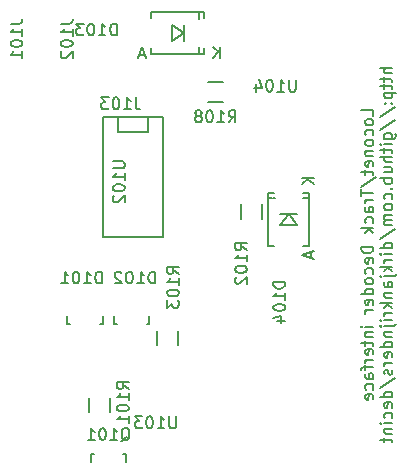
<source format=gbo>
G04 #@! TF.FileFunction,Legend,Bot*
%FSLAX46Y46*%
G04 Gerber Fmt 4.6, Leading zero omitted, Abs format (unit mm)*
G04 Created by KiCad (PCBNEW (2015-08-02 BZR 6038)-product) date 2015 November 19, Thursday 21:17:08*
%MOMM*%
G01*
G04 APERTURE LIST*
%ADD10C,0.100000*%
%ADD11C,0.200000*%
%ADD12C,0.150000*%
G04 APERTURE END LIST*
D10*
D11*
X210152381Y-89988093D02*
X210152381Y-89511902D01*
X209152381Y-89511902D01*
X210152381Y-90464283D02*
X210104762Y-90369045D01*
X210057143Y-90321426D01*
X209961905Y-90273807D01*
X209676190Y-90273807D01*
X209580952Y-90321426D01*
X209533333Y-90369045D01*
X209485714Y-90464283D01*
X209485714Y-90607141D01*
X209533333Y-90702379D01*
X209580952Y-90749998D01*
X209676190Y-90797617D01*
X209961905Y-90797617D01*
X210057143Y-90749998D01*
X210104762Y-90702379D01*
X210152381Y-90607141D01*
X210152381Y-90464283D01*
X210104762Y-91654760D02*
X210152381Y-91559522D01*
X210152381Y-91369045D01*
X210104762Y-91273807D01*
X210057143Y-91226188D01*
X209961905Y-91178569D01*
X209676190Y-91178569D01*
X209580952Y-91226188D01*
X209533333Y-91273807D01*
X209485714Y-91369045D01*
X209485714Y-91559522D01*
X209533333Y-91654760D01*
X210152381Y-92226188D02*
X210104762Y-92130950D01*
X210057143Y-92083331D01*
X209961905Y-92035712D01*
X209676190Y-92035712D01*
X209580952Y-92083331D01*
X209533333Y-92130950D01*
X209485714Y-92226188D01*
X209485714Y-92369046D01*
X209533333Y-92464284D01*
X209580952Y-92511903D01*
X209676190Y-92559522D01*
X209961905Y-92559522D01*
X210057143Y-92511903D01*
X210104762Y-92464284D01*
X210152381Y-92369046D01*
X210152381Y-92226188D01*
X209485714Y-92988093D02*
X210152381Y-92988093D01*
X209580952Y-92988093D02*
X209533333Y-93035712D01*
X209485714Y-93130950D01*
X209485714Y-93273808D01*
X209533333Y-93369046D01*
X209628571Y-93416665D01*
X210152381Y-93416665D01*
X210104762Y-94273808D02*
X210152381Y-94178570D01*
X210152381Y-93988093D01*
X210104762Y-93892855D01*
X210009524Y-93845236D01*
X209628571Y-93845236D01*
X209533333Y-93892855D01*
X209485714Y-93988093D01*
X209485714Y-94178570D01*
X209533333Y-94273808D01*
X209628571Y-94321427D01*
X209723810Y-94321427D01*
X209819048Y-93845236D01*
X209485714Y-94607141D02*
X209485714Y-94988093D01*
X209152381Y-94749998D02*
X210009524Y-94749998D01*
X210104762Y-94797617D01*
X210152381Y-94892855D01*
X210152381Y-94988093D01*
X209104762Y-96035713D02*
X210390476Y-95178570D01*
X209152381Y-96226189D02*
X209152381Y-96797618D01*
X210152381Y-96511903D02*
X209152381Y-96511903D01*
X210152381Y-97130951D02*
X209485714Y-97130951D01*
X209676190Y-97130951D02*
X209580952Y-97178570D01*
X209533333Y-97226189D01*
X209485714Y-97321427D01*
X209485714Y-97416666D01*
X210152381Y-98178571D02*
X209628571Y-98178571D01*
X209533333Y-98130952D01*
X209485714Y-98035714D01*
X209485714Y-97845237D01*
X209533333Y-97749999D01*
X210104762Y-98178571D02*
X210152381Y-98083333D01*
X210152381Y-97845237D01*
X210104762Y-97749999D01*
X210009524Y-97702380D01*
X209914286Y-97702380D01*
X209819048Y-97749999D01*
X209771429Y-97845237D01*
X209771429Y-98083333D01*
X209723810Y-98178571D01*
X210104762Y-99083333D02*
X210152381Y-98988095D01*
X210152381Y-98797618D01*
X210104762Y-98702380D01*
X210057143Y-98654761D01*
X209961905Y-98607142D01*
X209676190Y-98607142D01*
X209580952Y-98654761D01*
X209533333Y-98702380D01*
X209485714Y-98797618D01*
X209485714Y-98988095D01*
X209533333Y-99083333D01*
X210152381Y-99511904D02*
X209152381Y-99511904D01*
X209771429Y-99607142D02*
X210152381Y-99892857D01*
X209485714Y-99892857D02*
X209866667Y-99511904D01*
X210152381Y-101083333D02*
X209152381Y-101083333D01*
X209152381Y-101321428D01*
X209200000Y-101464286D01*
X209295238Y-101559524D01*
X209390476Y-101607143D01*
X209580952Y-101654762D01*
X209723810Y-101654762D01*
X209914286Y-101607143D01*
X210009524Y-101559524D01*
X210104762Y-101464286D01*
X210152381Y-101321428D01*
X210152381Y-101083333D01*
X210104762Y-102464286D02*
X210152381Y-102369048D01*
X210152381Y-102178571D01*
X210104762Y-102083333D01*
X210009524Y-102035714D01*
X209628571Y-102035714D01*
X209533333Y-102083333D01*
X209485714Y-102178571D01*
X209485714Y-102369048D01*
X209533333Y-102464286D01*
X209628571Y-102511905D01*
X209723810Y-102511905D01*
X209819048Y-102035714D01*
X210104762Y-103369048D02*
X210152381Y-103273810D01*
X210152381Y-103083333D01*
X210104762Y-102988095D01*
X210057143Y-102940476D01*
X209961905Y-102892857D01*
X209676190Y-102892857D01*
X209580952Y-102940476D01*
X209533333Y-102988095D01*
X209485714Y-103083333D01*
X209485714Y-103273810D01*
X209533333Y-103369048D01*
X210152381Y-103940476D02*
X210104762Y-103845238D01*
X210057143Y-103797619D01*
X209961905Y-103750000D01*
X209676190Y-103750000D01*
X209580952Y-103797619D01*
X209533333Y-103845238D01*
X209485714Y-103940476D01*
X209485714Y-104083334D01*
X209533333Y-104178572D01*
X209580952Y-104226191D01*
X209676190Y-104273810D01*
X209961905Y-104273810D01*
X210057143Y-104226191D01*
X210104762Y-104178572D01*
X210152381Y-104083334D01*
X210152381Y-103940476D01*
X210152381Y-105130953D02*
X209152381Y-105130953D01*
X210104762Y-105130953D02*
X210152381Y-105035715D01*
X210152381Y-104845238D01*
X210104762Y-104750000D01*
X210057143Y-104702381D01*
X209961905Y-104654762D01*
X209676190Y-104654762D01*
X209580952Y-104702381D01*
X209533333Y-104750000D01*
X209485714Y-104845238D01*
X209485714Y-105035715D01*
X209533333Y-105130953D01*
X210104762Y-105988096D02*
X210152381Y-105892858D01*
X210152381Y-105702381D01*
X210104762Y-105607143D01*
X210009524Y-105559524D01*
X209628571Y-105559524D01*
X209533333Y-105607143D01*
X209485714Y-105702381D01*
X209485714Y-105892858D01*
X209533333Y-105988096D01*
X209628571Y-106035715D01*
X209723810Y-106035715D01*
X209819048Y-105559524D01*
X210152381Y-106464286D02*
X209485714Y-106464286D01*
X209676190Y-106464286D02*
X209580952Y-106511905D01*
X209533333Y-106559524D01*
X209485714Y-106654762D01*
X209485714Y-106750001D01*
X210152381Y-107845239D02*
X209485714Y-107845239D01*
X209152381Y-107845239D02*
X209200000Y-107797620D01*
X209247619Y-107845239D01*
X209200000Y-107892858D01*
X209152381Y-107845239D01*
X209247619Y-107845239D01*
X209485714Y-108321429D02*
X210152381Y-108321429D01*
X209580952Y-108321429D02*
X209533333Y-108369048D01*
X209485714Y-108464286D01*
X209485714Y-108607144D01*
X209533333Y-108702382D01*
X209628571Y-108750001D01*
X210152381Y-108750001D01*
X209485714Y-109083334D02*
X209485714Y-109464286D01*
X209152381Y-109226191D02*
X210009524Y-109226191D01*
X210104762Y-109273810D01*
X210152381Y-109369048D01*
X210152381Y-109464286D01*
X210104762Y-110178573D02*
X210152381Y-110083335D01*
X210152381Y-109892858D01*
X210104762Y-109797620D01*
X210009524Y-109750001D01*
X209628571Y-109750001D01*
X209533333Y-109797620D01*
X209485714Y-109892858D01*
X209485714Y-110083335D01*
X209533333Y-110178573D01*
X209628571Y-110226192D01*
X209723810Y-110226192D01*
X209819048Y-109750001D01*
X210152381Y-110654763D02*
X209485714Y-110654763D01*
X209676190Y-110654763D02*
X209580952Y-110702382D01*
X209533333Y-110750001D01*
X209485714Y-110845239D01*
X209485714Y-110940478D01*
X209485714Y-111130954D02*
X209485714Y-111511906D01*
X210152381Y-111273811D02*
X209295238Y-111273811D01*
X209200000Y-111321430D01*
X209152381Y-111416668D01*
X209152381Y-111511906D01*
X210152381Y-112273812D02*
X209628571Y-112273812D01*
X209533333Y-112226193D01*
X209485714Y-112130955D01*
X209485714Y-111940478D01*
X209533333Y-111845240D01*
X210104762Y-112273812D02*
X210152381Y-112178574D01*
X210152381Y-111940478D01*
X210104762Y-111845240D01*
X210009524Y-111797621D01*
X209914286Y-111797621D01*
X209819048Y-111845240D01*
X209771429Y-111940478D01*
X209771429Y-112178574D01*
X209723810Y-112273812D01*
X210104762Y-113178574D02*
X210152381Y-113083336D01*
X210152381Y-112892859D01*
X210104762Y-112797621D01*
X210057143Y-112750002D01*
X209961905Y-112702383D01*
X209676190Y-112702383D01*
X209580952Y-112750002D01*
X209533333Y-112797621D01*
X209485714Y-112892859D01*
X209485714Y-113083336D01*
X209533333Y-113178574D01*
X210104762Y-113988098D02*
X210152381Y-113892860D01*
X210152381Y-113702383D01*
X210104762Y-113607145D01*
X210009524Y-113559526D01*
X209628571Y-113559526D01*
X209533333Y-113607145D01*
X209485714Y-113702383D01*
X209485714Y-113892860D01*
X209533333Y-113988098D01*
X209628571Y-114035717D01*
X209723810Y-114035717D01*
X209819048Y-113559526D01*
X211752381Y-85988095D02*
X210752381Y-85988095D01*
X211752381Y-86416667D02*
X211228571Y-86416667D01*
X211133333Y-86369048D01*
X211085714Y-86273810D01*
X211085714Y-86130952D01*
X211133333Y-86035714D01*
X211180952Y-85988095D01*
X211085714Y-86750000D02*
X211085714Y-87130952D01*
X210752381Y-86892857D02*
X211609524Y-86892857D01*
X211704762Y-86940476D01*
X211752381Y-87035714D01*
X211752381Y-87130952D01*
X211085714Y-87321429D02*
X211085714Y-87702381D01*
X210752381Y-87464286D02*
X211609524Y-87464286D01*
X211704762Y-87511905D01*
X211752381Y-87607143D01*
X211752381Y-87702381D01*
X211085714Y-88035715D02*
X212085714Y-88035715D01*
X211133333Y-88035715D02*
X211085714Y-88130953D01*
X211085714Y-88321430D01*
X211133333Y-88416668D01*
X211180952Y-88464287D01*
X211276190Y-88511906D01*
X211561905Y-88511906D01*
X211657143Y-88464287D01*
X211704762Y-88416668D01*
X211752381Y-88321430D01*
X211752381Y-88130953D01*
X211704762Y-88035715D01*
X211657143Y-88940477D02*
X211704762Y-88988096D01*
X211752381Y-88940477D01*
X211704762Y-88892858D01*
X211657143Y-88940477D01*
X211752381Y-88940477D01*
X211133333Y-88940477D02*
X211180952Y-88988096D01*
X211228571Y-88940477D01*
X211180952Y-88892858D01*
X211133333Y-88940477D01*
X211228571Y-88940477D01*
X210704762Y-90130953D02*
X211990476Y-89273810D01*
X210704762Y-91178572D02*
X211990476Y-90321429D01*
X211085714Y-91940477D02*
X211895238Y-91940477D01*
X211990476Y-91892858D01*
X212038095Y-91845239D01*
X212085714Y-91750000D01*
X212085714Y-91607143D01*
X212038095Y-91511905D01*
X211704762Y-91940477D02*
X211752381Y-91845239D01*
X211752381Y-91654762D01*
X211704762Y-91559524D01*
X211657143Y-91511905D01*
X211561905Y-91464286D01*
X211276190Y-91464286D01*
X211180952Y-91511905D01*
X211133333Y-91559524D01*
X211085714Y-91654762D01*
X211085714Y-91845239D01*
X211133333Y-91940477D01*
X211752381Y-92416667D02*
X211085714Y-92416667D01*
X210752381Y-92416667D02*
X210800000Y-92369048D01*
X210847619Y-92416667D01*
X210800000Y-92464286D01*
X210752381Y-92416667D01*
X210847619Y-92416667D01*
X211085714Y-92750000D02*
X211085714Y-93130952D01*
X210752381Y-92892857D02*
X211609524Y-92892857D01*
X211704762Y-92940476D01*
X211752381Y-93035714D01*
X211752381Y-93130952D01*
X211752381Y-93464286D02*
X210752381Y-93464286D01*
X211752381Y-93892858D02*
X211228571Y-93892858D01*
X211133333Y-93845239D01*
X211085714Y-93750001D01*
X211085714Y-93607143D01*
X211133333Y-93511905D01*
X211180952Y-93464286D01*
X211085714Y-94797620D02*
X211752381Y-94797620D01*
X211085714Y-94369048D02*
X211609524Y-94369048D01*
X211704762Y-94416667D01*
X211752381Y-94511905D01*
X211752381Y-94654763D01*
X211704762Y-94750001D01*
X211657143Y-94797620D01*
X211752381Y-95273810D02*
X210752381Y-95273810D01*
X211133333Y-95273810D02*
X211085714Y-95369048D01*
X211085714Y-95559525D01*
X211133333Y-95654763D01*
X211180952Y-95702382D01*
X211276190Y-95750001D01*
X211561905Y-95750001D01*
X211657143Y-95702382D01*
X211704762Y-95654763D01*
X211752381Y-95559525D01*
X211752381Y-95369048D01*
X211704762Y-95273810D01*
X211657143Y-96178572D02*
X211704762Y-96226191D01*
X211752381Y-96178572D01*
X211704762Y-96130953D01*
X211657143Y-96178572D01*
X211752381Y-96178572D01*
X211704762Y-97083334D02*
X211752381Y-96988096D01*
X211752381Y-96797619D01*
X211704762Y-96702381D01*
X211657143Y-96654762D01*
X211561905Y-96607143D01*
X211276190Y-96607143D01*
X211180952Y-96654762D01*
X211133333Y-96702381D01*
X211085714Y-96797619D01*
X211085714Y-96988096D01*
X211133333Y-97083334D01*
X211752381Y-97654762D02*
X211704762Y-97559524D01*
X211657143Y-97511905D01*
X211561905Y-97464286D01*
X211276190Y-97464286D01*
X211180952Y-97511905D01*
X211133333Y-97559524D01*
X211085714Y-97654762D01*
X211085714Y-97797620D01*
X211133333Y-97892858D01*
X211180952Y-97940477D01*
X211276190Y-97988096D01*
X211561905Y-97988096D01*
X211657143Y-97940477D01*
X211704762Y-97892858D01*
X211752381Y-97797620D01*
X211752381Y-97654762D01*
X211752381Y-98416667D02*
X211085714Y-98416667D01*
X211180952Y-98416667D02*
X211133333Y-98464286D01*
X211085714Y-98559524D01*
X211085714Y-98702382D01*
X211133333Y-98797620D01*
X211228571Y-98845239D01*
X211752381Y-98845239D01*
X211228571Y-98845239D02*
X211133333Y-98892858D01*
X211085714Y-98988096D01*
X211085714Y-99130953D01*
X211133333Y-99226191D01*
X211228571Y-99273810D01*
X211752381Y-99273810D01*
X210704762Y-100464286D02*
X211990476Y-99607143D01*
X211752381Y-101226191D02*
X210752381Y-101226191D01*
X211704762Y-101226191D02*
X211752381Y-101130953D01*
X211752381Y-100940476D01*
X211704762Y-100845238D01*
X211657143Y-100797619D01*
X211561905Y-100750000D01*
X211276190Y-100750000D01*
X211180952Y-100797619D01*
X211133333Y-100845238D01*
X211085714Y-100940476D01*
X211085714Y-101130953D01*
X211133333Y-101226191D01*
X211752381Y-101702381D02*
X211085714Y-101702381D01*
X210752381Y-101702381D02*
X210800000Y-101654762D01*
X210847619Y-101702381D01*
X210800000Y-101750000D01*
X210752381Y-101702381D01*
X210847619Y-101702381D01*
X211752381Y-102178571D02*
X211085714Y-102178571D01*
X211276190Y-102178571D02*
X211180952Y-102226190D01*
X211133333Y-102273809D01*
X211085714Y-102369047D01*
X211085714Y-102464286D01*
X211752381Y-102797619D02*
X210752381Y-102797619D01*
X211371429Y-102892857D02*
X211752381Y-103178572D01*
X211085714Y-103178572D02*
X211466667Y-102797619D01*
X211085714Y-103607143D02*
X211942857Y-103607143D01*
X212038095Y-103559524D01*
X212085714Y-103464286D01*
X212085714Y-103416667D01*
X210752381Y-103607143D02*
X210800000Y-103559524D01*
X210847619Y-103607143D01*
X210800000Y-103654762D01*
X210752381Y-103607143D01*
X210847619Y-103607143D01*
X211752381Y-104511905D02*
X211228571Y-104511905D01*
X211133333Y-104464286D01*
X211085714Y-104369048D01*
X211085714Y-104178571D01*
X211133333Y-104083333D01*
X211704762Y-104511905D02*
X211752381Y-104416667D01*
X211752381Y-104178571D01*
X211704762Y-104083333D01*
X211609524Y-104035714D01*
X211514286Y-104035714D01*
X211419048Y-104083333D01*
X211371429Y-104178571D01*
X211371429Y-104416667D01*
X211323810Y-104511905D01*
X211085714Y-104988095D02*
X211752381Y-104988095D01*
X211180952Y-104988095D02*
X211133333Y-105035714D01*
X211085714Y-105130952D01*
X211085714Y-105273810D01*
X211133333Y-105369048D01*
X211228571Y-105416667D01*
X211752381Y-105416667D01*
X211752381Y-105892857D02*
X210752381Y-105892857D01*
X211371429Y-105988095D02*
X211752381Y-106273810D01*
X211085714Y-106273810D02*
X211466667Y-105892857D01*
X211752381Y-106702381D02*
X211085714Y-106702381D01*
X211276190Y-106702381D02*
X211180952Y-106750000D01*
X211133333Y-106797619D01*
X211085714Y-106892857D01*
X211085714Y-106988096D01*
X211752381Y-107321429D02*
X211085714Y-107321429D01*
X210752381Y-107321429D02*
X210800000Y-107273810D01*
X210847619Y-107321429D01*
X210800000Y-107369048D01*
X210752381Y-107321429D01*
X210847619Y-107321429D01*
X211085714Y-107797619D02*
X211942857Y-107797619D01*
X212038095Y-107750000D01*
X212085714Y-107654762D01*
X212085714Y-107607143D01*
X210752381Y-107797619D02*
X210800000Y-107750000D01*
X210847619Y-107797619D01*
X210800000Y-107845238D01*
X210752381Y-107797619D01*
X210847619Y-107797619D01*
X211085714Y-108273809D02*
X211752381Y-108273809D01*
X211180952Y-108273809D02*
X211133333Y-108321428D01*
X211085714Y-108416666D01*
X211085714Y-108559524D01*
X211133333Y-108654762D01*
X211228571Y-108702381D01*
X211752381Y-108702381D01*
X211752381Y-109607143D02*
X210752381Y-109607143D01*
X211704762Y-109607143D02*
X211752381Y-109511905D01*
X211752381Y-109321428D01*
X211704762Y-109226190D01*
X211657143Y-109178571D01*
X211561905Y-109130952D01*
X211276190Y-109130952D01*
X211180952Y-109178571D01*
X211133333Y-109226190D01*
X211085714Y-109321428D01*
X211085714Y-109511905D01*
X211133333Y-109607143D01*
X211704762Y-110464286D02*
X211752381Y-110369048D01*
X211752381Y-110178571D01*
X211704762Y-110083333D01*
X211609524Y-110035714D01*
X211228571Y-110035714D01*
X211133333Y-110083333D01*
X211085714Y-110178571D01*
X211085714Y-110369048D01*
X211133333Y-110464286D01*
X211228571Y-110511905D01*
X211323810Y-110511905D01*
X211419048Y-110035714D01*
X211752381Y-110940476D02*
X211085714Y-110940476D01*
X211276190Y-110940476D02*
X211180952Y-110988095D01*
X211133333Y-111035714D01*
X211085714Y-111130952D01*
X211085714Y-111226191D01*
X211704762Y-111511905D02*
X211752381Y-111607143D01*
X211752381Y-111797619D01*
X211704762Y-111892858D01*
X211609524Y-111940477D01*
X211561905Y-111940477D01*
X211466667Y-111892858D01*
X211419048Y-111797619D01*
X211419048Y-111654762D01*
X211371429Y-111559524D01*
X211276190Y-111511905D01*
X211228571Y-111511905D01*
X211133333Y-111559524D01*
X211085714Y-111654762D01*
X211085714Y-111797619D01*
X211133333Y-111892858D01*
X210704762Y-113083334D02*
X211990476Y-112226191D01*
X211752381Y-113845239D02*
X210752381Y-113845239D01*
X211704762Y-113845239D02*
X211752381Y-113750001D01*
X211752381Y-113559524D01*
X211704762Y-113464286D01*
X211657143Y-113416667D01*
X211561905Y-113369048D01*
X211276190Y-113369048D01*
X211180952Y-113416667D01*
X211133333Y-113464286D01*
X211085714Y-113559524D01*
X211085714Y-113750001D01*
X211133333Y-113845239D01*
X211704762Y-114702382D02*
X211752381Y-114607144D01*
X211752381Y-114416667D01*
X211704762Y-114321429D01*
X211609524Y-114273810D01*
X211228571Y-114273810D01*
X211133333Y-114321429D01*
X211085714Y-114416667D01*
X211085714Y-114607144D01*
X211133333Y-114702382D01*
X211228571Y-114750001D01*
X211323810Y-114750001D01*
X211419048Y-114273810D01*
X211704762Y-115607144D02*
X211752381Y-115511906D01*
X211752381Y-115321429D01*
X211704762Y-115226191D01*
X211657143Y-115178572D01*
X211561905Y-115130953D01*
X211276190Y-115130953D01*
X211180952Y-115178572D01*
X211133333Y-115226191D01*
X211085714Y-115321429D01*
X211085714Y-115511906D01*
X211133333Y-115607144D01*
X211752381Y-116035715D02*
X211085714Y-116035715D01*
X210752381Y-116035715D02*
X210800000Y-115988096D01*
X210847619Y-116035715D01*
X210800000Y-116083334D01*
X210752381Y-116035715D01*
X210847619Y-116035715D01*
X211085714Y-116511905D02*
X211752381Y-116511905D01*
X211180952Y-116511905D02*
X211133333Y-116559524D01*
X211085714Y-116654762D01*
X211085714Y-116797620D01*
X211133333Y-116892858D01*
X211228571Y-116940477D01*
X211752381Y-116940477D01*
X211085714Y-117273810D02*
X211085714Y-117654762D01*
X210752381Y-117416667D02*
X211609524Y-117416667D01*
X211704762Y-117464286D01*
X211752381Y-117559524D01*
X211752381Y-117654762D01*
D12*
X186450840Y-118599760D02*
X186499100Y-118599760D01*
X189249820Y-119300800D02*
X189249820Y-118599760D01*
X189249820Y-118599760D02*
X189000900Y-118599760D01*
X186450840Y-118599760D02*
X186250180Y-118599760D01*
X186250180Y-118599760D02*
X186250180Y-119300800D01*
X186125000Y-113900000D02*
X186125000Y-115100000D01*
X187875000Y-115100000D02*
X187875000Y-113900000D01*
X200725000Y-98700000D02*
X200725000Y-97500000D01*
X198975000Y-97500000D02*
X198975000Y-98700000D01*
X193625000Y-109450000D02*
X193625000Y-108250000D01*
X191875000Y-108250000D02*
X191875000Y-109450000D01*
X197400000Y-87125000D02*
X196200000Y-87125000D01*
X196200000Y-88875000D02*
X197400000Y-88875000D01*
X187260000Y-90120000D02*
X192340000Y-90120000D01*
X192340000Y-90120000D02*
X192340000Y-100280000D01*
X192340000Y-100280000D02*
X187260000Y-100280000D01*
X187260000Y-100280000D02*
X187260000Y-90120000D01*
X188530000Y-90120000D02*
X188530000Y-91390000D01*
X188530000Y-91390000D02*
X191070000Y-91390000D01*
X191070000Y-91390000D02*
X191070000Y-90120000D01*
X184250180Y-106949200D02*
X184250180Y-107650240D01*
X184250180Y-107650240D02*
X184499100Y-107650240D01*
X187049160Y-107650240D02*
X187249820Y-107650240D01*
X187249820Y-107650240D02*
X187249820Y-106949200D01*
X188200180Y-106950340D02*
X188200180Y-107651380D01*
X188200180Y-107651380D02*
X188449100Y-107651380D01*
X190999160Y-107651380D02*
X191199820Y-107651380D01*
X191199820Y-107651380D02*
X191199820Y-106950340D01*
X194099580Y-83000000D02*
X193149620Y-82298960D01*
X193149620Y-82298960D02*
X193149620Y-83701040D01*
X193149620Y-83701040D02*
X194099580Y-83000000D01*
X194099580Y-82298960D02*
X194099580Y-83701040D01*
X195850440Y-84399540D02*
X195850440Y-84249680D01*
X195850440Y-81600460D02*
X195850440Y-81750320D01*
X195399140Y-84399540D02*
X195399140Y-84198880D01*
X191349560Y-84348740D02*
X191349560Y-84249680D01*
X195399140Y-81651260D02*
X195399140Y-81801120D01*
X191349560Y-81600460D02*
X191349560Y-81750320D01*
X195399140Y-84750060D02*
X195399140Y-84399540D01*
X195399140Y-81249940D02*
X195399140Y-81600460D01*
X191349560Y-84750060D02*
X191349560Y-84399540D01*
X195850440Y-84750060D02*
X195850440Y-84399540D01*
X195850440Y-81249940D02*
X195850440Y-81600460D01*
X191349560Y-81249940D02*
X191349560Y-81600460D01*
X195850440Y-84750060D02*
X191349560Y-84750060D01*
X195850440Y-81249940D02*
X191349560Y-81249940D01*
X203000000Y-98300420D02*
X202298960Y-99250380D01*
X202298960Y-99250380D02*
X203701040Y-99250380D01*
X203701040Y-99250380D02*
X203000000Y-98300420D01*
X202298960Y-98300420D02*
X203701040Y-98300420D01*
X204399540Y-96549560D02*
X204249680Y-96549560D01*
X201600460Y-96549560D02*
X201750320Y-96549560D01*
X204399540Y-97000860D02*
X204198880Y-97000860D01*
X204348740Y-101050440D02*
X204249680Y-101050440D01*
X201651260Y-97000860D02*
X201801120Y-97000860D01*
X201600460Y-101050440D02*
X201750320Y-101050440D01*
X204750060Y-97000860D02*
X204399540Y-97000860D01*
X201249940Y-97000860D02*
X201600460Y-97000860D01*
X204750060Y-101050440D02*
X204399540Y-101050440D01*
X204750060Y-96549560D02*
X204399540Y-96549560D01*
X201249940Y-96549560D02*
X201600460Y-96549560D01*
X201249940Y-101050440D02*
X201600460Y-101050440D01*
X204750060Y-96549560D02*
X204750060Y-101050440D01*
X201249940Y-96549560D02*
X201249940Y-101050440D01*
X188797619Y-117547619D02*
X188892857Y-117500000D01*
X188988095Y-117404762D01*
X189130952Y-117261905D01*
X189226191Y-117214286D01*
X189321429Y-117214286D01*
X189273810Y-117452381D02*
X189369048Y-117404762D01*
X189464286Y-117309524D01*
X189511905Y-117119048D01*
X189511905Y-116785714D01*
X189464286Y-116595238D01*
X189369048Y-116500000D01*
X189273810Y-116452381D01*
X189083333Y-116452381D01*
X188988095Y-116500000D01*
X188892857Y-116595238D01*
X188845238Y-116785714D01*
X188845238Y-117119048D01*
X188892857Y-117309524D01*
X188988095Y-117404762D01*
X189083333Y-117452381D01*
X189273810Y-117452381D01*
X187892857Y-117452381D02*
X188464286Y-117452381D01*
X188178572Y-117452381D02*
X188178572Y-116452381D01*
X188273810Y-116595238D01*
X188369048Y-116690476D01*
X188464286Y-116738095D01*
X187273810Y-116452381D02*
X187178571Y-116452381D01*
X187083333Y-116500000D01*
X187035714Y-116547619D01*
X186988095Y-116642857D01*
X186940476Y-116833333D01*
X186940476Y-117071429D01*
X186988095Y-117261905D01*
X187035714Y-117357143D01*
X187083333Y-117404762D01*
X187178571Y-117452381D01*
X187273810Y-117452381D01*
X187369048Y-117404762D01*
X187416667Y-117357143D01*
X187464286Y-117261905D01*
X187511905Y-117071429D01*
X187511905Y-116833333D01*
X187464286Y-116642857D01*
X187416667Y-116547619D01*
X187369048Y-116500000D01*
X187273810Y-116452381D01*
X185988095Y-117452381D02*
X186559524Y-117452381D01*
X186273810Y-117452381D02*
X186273810Y-116452381D01*
X186369048Y-116595238D01*
X186464286Y-116690476D01*
X186559524Y-116738095D01*
X189452381Y-113130953D02*
X188976190Y-112797619D01*
X189452381Y-112559524D02*
X188452381Y-112559524D01*
X188452381Y-112940477D01*
X188500000Y-113035715D01*
X188547619Y-113083334D01*
X188642857Y-113130953D01*
X188785714Y-113130953D01*
X188880952Y-113083334D01*
X188928571Y-113035715D01*
X188976190Y-112940477D01*
X188976190Y-112559524D01*
X189452381Y-114083334D02*
X189452381Y-113511905D01*
X189452381Y-113797619D02*
X188452381Y-113797619D01*
X188595238Y-113702381D01*
X188690476Y-113607143D01*
X188738095Y-113511905D01*
X188452381Y-114702381D02*
X188452381Y-114797620D01*
X188500000Y-114892858D01*
X188547619Y-114940477D01*
X188642857Y-114988096D01*
X188833333Y-115035715D01*
X189071429Y-115035715D01*
X189261905Y-114988096D01*
X189357143Y-114940477D01*
X189404762Y-114892858D01*
X189452381Y-114797620D01*
X189452381Y-114702381D01*
X189404762Y-114607143D01*
X189357143Y-114559524D01*
X189261905Y-114511905D01*
X189071429Y-114464286D01*
X188833333Y-114464286D01*
X188642857Y-114511905D01*
X188547619Y-114559524D01*
X188500000Y-114607143D01*
X188452381Y-114702381D01*
X189452381Y-115988096D02*
X189452381Y-115416667D01*
X189452381Y-115702381D02*
X188452381Y-115702381D01*
X188595238Y-115607143D01*
X188690476Y-115511905D01*
X188738095Y-115416667D01*
X199452381Y-101380953D02*
X198976190Y-101047619D01*
X199452381Y-100809524D02*
X198452381Y-100809524D01*
X198452381Y-101190477D01*
X198500000Y-101285715D01*
X198547619Y-101333334D01*
X198642857Y-101380953D01*
X198785714Y-101380953D01*
X198880952Y-101333334D01*
X198928571Y-101285715D01*
X198976190Y-101190477D01*
X198976190Y-100809524D01*
X199452381Y-102333334D02*
X199452381Y-101761905D01*
X199452381Y-102047619D02*
X198452381Y-102047619D01*
X198595238Y-101952381D01*
X198690476Y-101857143D01*
X198738095Y-101761905D01*
X198452381Y-102952381D02*
X198452381Y-103047620D01*
X198500000Y-103142858D01*
X198547619Y-103190477D01*
X198642857Y-103238096D01*
X198833333Y-103285715D01*
X199071429Y-103285715D01*
X199261905Y-103238096D01*
X199357143Y-103190477D01*
X199404762Y-103142858D01*
X199452381Y-103047620D01*
X199452381Y-102952381D01*
X199404762Y-102857143D01*
X199357143Y-102809524D01*
X199261905Y-102761905D01*
X199071429Y-102714286D01*
X198833333Y-102714286D01*
X198642857Y-102761905D01*
X198547619Y-102809524D01*
X198500000Y-102857143D01*
X198452381Y-102952381D01*
X198547619Y-103666667D02*
X198500000Y-103714286D01*
X198452381Y-103809524D01*
X198452381Y-104047620D01*
X198500000Y-104142858D01*
X198547619Y-104190477D01*
X198642857Y-104238096D01*
X198738095Y-104238096D01*
X198880952Y-104190477D01*
X199452381Y-103619048D01*
X199452381Y-104238096D01*
X193702381Y-103380953D02*
X193226190Y-103047619D01*
X193702381Y-102809524D02*
X192702381Y-102809524D01*
X192702381Y-103190477D01*
X192750000Y-103285715D01*
X192797619Y-103333334D01*
X192892857Y-103380953D01*
X193035714Y-103380953D01*
X193130952Y-103333334D01*
X193178571Y-103285715D01*
X193226190Y-103190477D01*
X193226190Y-102809524D01*
X193702381Y-104333334D02*
X193702381Y-103761905D01*
X193702381Y-104047619D02*
X192702381Y-104047619D01*
X192845238Y-103952381D01*
X192940476Y-103857143D01*
X192988095Y-103761905D01*
X192702381Y-104952381D02*
X192702381Y-105047620D01*
X192750000Y-105142858D01*
X192797619Y-105190477D01*
X192892857Y-105238096D01*
X193083333Y-105285715D01*
X193321429Y-105285715D01*
X193511905Y-105238096D01*
X193607143Y-105190477D01*
X193654762Y-105142858D01*
X193702381Y-105047620D01*
X193702381Y-104952381D01*
X193654762Y-104857143D01*
X193607143Y-104809524D01*
X193511905Y-104761905D01*
X193321429Y-104714286D01*
X193083333Y-104714286D01*
X192892857Y-104761905D01*
X192797619Y-104809524D01*
X192750000Y-104857143D01*
X192702381Y-104952381D01*
X192702381Y-105619048D02*
X192702381Y-106238096D01*
X193083333Y-105904762D01*
X193083333Y-106047620D01*
X193130952Y-106142858D01*
X193178571Y-106190477D01*
X193273810Y-106238096D01*
X193511905Y-106238096D01*
X193607143Y-106190477D01*
X193654762Y-106142858D01*
X193702381Y-106047620D01*
X193702381Y-105761905D01*
X193654762Y-105666667D01*
X193607143Y-105619048D01*
X197919047Y-90552381D02*
X198252381Y-90076190D01*
X198490476Y-90552381D02*
X198490476Y-89552381D01*
X198109523Y-89552381D01*
X198014285Y-89600000D01*
X197966666Y-89647619D01*
X197919047Y-89742857D01*
X197919047Y-89885714D01*
X197966666Y-89980952D01*
X198014285Y-90028571D01*
X198109523Y-90076190D01*
X198490476Y-90076190D01*
X196966666Y-90552381D02*
X197538095Y-90552381D01*
X197252381Y-90552381D02*
X197252381Y-89552381D01*
X197347619Y-89695238D01*
X197442857Y-89790476D01*
X197538095Y-89838095D01*
X196347619Y-89552381D02*
X196252380Y-89552381D01*
X196157142Y-89600000D01*
X196109523Y-89647619D01*
X196061904Y-89742857D01*
X196014285Y-89933333D01*
X196014285Y-90171429D01*
X196061904Y-90361905D01*
X196109523Y-90457143D01*
X196157142Y-90504762D01*
X196252380Y-90552381D01*
X196347619Y-90552381D01*
X196442857Y-90504762D01*
X196490476Y-90457143D01*
X196538095Y-90361905D01*
X196585714Y-90171429D01*
X196585714Y-89933333D01*
X196538095Y-89742857D01*
X196490476Y-89647619D01*
X196442857Y-89600000D01*
X196347619Y-89552381D01*
X195442857Y-89980952D02*
X195538095Y-89933333D01*
X195585714Y-89885714D01*
X195633333Y-89790476D01*
X195633333Y-89742857D01*
X195585714Y-89647619D01*
X195538095Y-89600000D01*
X195442857Y-89552381D01*
X195252380Y-89552381D01*
X195157142Y-89600000D01*
X195109523Y-89647619D01*
X195061904Y-89742857D01*
X195061904Y-89790476D01*
X195109523Y-89885714D01*
X195157142Y-89933333D01*
X195252380Y-89980952D01*
X195442857Y-89980952D01*
X195538095Y-90028571D01*
X195585714Y-90076190D01*
X195633333Y-90171429D01*
X195633333Y-90361905D01*
X195585714Y-90457143D01*
X195538095Y-90504762D01*
X195442857Y-90552381D01*
X195252380Y-90552381D01*
X195157142Y-90504762D01*
X195109523Y-90457143D01*
X195061904Y-90361905D01*
X195061904Y-90171429D01*
X195109523Y-90076190D01*
X195157142Y-90028571D01*
X195252380Y-89980952D01*
X188109381Y-93866714D02*
X188918905Y-93866714D01*
X189014143Y-93914333D01*
X189061762Y-93961952D01*
X189109381Y-94057190D01*
X189109381Y-94247667D01*
X189061762Y-94342905D01*
X189014143Y-94390524D01*
X188918905Y-94438143D01*
X188109381Y-94438143D01*
X189109381Y-95438143D02*
X189109381Y-94866714D01*
X189109381Y-95152428D02*
X188109381Y-95152428D01*
X188252238Y-95057190D01*
X188347476Y-94961952D01*
X188395095Y-94866714D01*
X188109381Y-96057190D02*
X188109381Y-96152429D01*
X188157000Y-96247667D01*
X188204619Y-96295286D01*
X188299857Y-96342905D01*
X188490333Y-96390524D01*
X188728429Y-96390524D01*
X188918905Y-96342905D01*
X189014143Y-96295286D01*
X189061762Y-96247667D01*
X189109381Y-96152429D01*
X189109381Y-96057190D01*
X189061762Y-95961952D01*
X189014143Y-95914333D01*
X188918905Y-95866714D01*
X188728429Y-95819095D01*
X188490333Y-95819095D01*
X188299857Y-95866714D01*
X188204619Y-95914333D01*
X188157000Y-95961952D01*
X188109381Y-96057190D01*
X188204619Y-96771476D02*
X188157000Y-96819095D01*
X188109381Y-96914333D01*
X188109381Y-97152429D01*
X188157000Y-97247667D01*
X188204619Y-97295286D01*
X188299857Y-97342905D01*
X188395095Y-97342905D01*
X188537952Y-97295286D01*
X189109381Y-96723857D01*
X189109381Y-97342905D01*
X187190476Y-104202381D02*
X187190476Y-103202381D01*
X186952381Y-103202381D01*
X186809523Y-103250000D01*
X186714285Y-103345238D01*
X186666666Y-103440476D01*
X186619047Y-103630952D01*
X186619047Y-103773810D01*
X186666666Y-103964286D01*
X186714285Y-104059524D01*
X186809523Y-104154762D01*
X186952381Y-104202381D01*
X187190476Y-104202381D01*
X185666666Y-104202381D02*
X186238095Y-104202381D01*
X185952381Y-104202381D02*
X185952381Y-103202381D01*
X186047619Y-103345238D01*
X186142857Y-103440476D01*
X186238095Y-103488095D01*
X185047619Y-103202381D02*
X184952380Y-103202381D01*
X184857142Y-103250000D01*
X184809523Y-103297619D01*
X184761904Y-103392857D01*
X184714285Y-103583333D01*
X184714285Y-103821429D01*
X184761904Y-104011905D01*
X184809523Y-104107143D01*
X184857142Y-104154762D01*
X184952380Y-104202381D01*
X185047619Y-104202381D01*
X185142857Y-104154762D01*
X185190476Y-104107143D01*
X185238095Y-104011905D01*
X185285714Y-103821429D01*
X185285714Y-103583333D01*
X185238095Y-103392857D01*
X185190476Y-103297619D01*
X185142857Y-103250000D01*
X185047619Y-103202381D01*
X183761904Y-104202381D02*
X184333333Y-104202381D01*
X184047619Y-104202381D02*
X184047619Y-103202381D01*
X184142857Y-103345238D01*
X184238095Y-103440476D01*
X184333333Y-103488095D01*
X191690476Y-104202381D02*
X191690476Y-103202381D01*
X191452381Y-103202381D01*
X191309523Y-103250000D01*
X191214285Y-103345238D01*
X191166666Y-103440476D01*
X191119047Y-103630952D01*
X191119047Y-103773810D01*
X191166666Y-103964286D01*
X191214285Y-104059524D01*
X191309523Y-104154762D01*
X191452381Y-104202381D01*
X191690476Y-104202381D01*
X190166666Y-104202381D02*
X190738095Y-104202381D01*
X190452381Y-104202381D02*
X190452381Y-103202381D01*
X190547619Y-103345238D01*
X190642857Y-103440476D01*
X190738095Y-103488095D01*
X189547619Y-103202381D02*
X189452380Y-103202381D01*
X189357142Y-103250000D01*
X189309523Y-103297619D01*
X189261904Y-103392857D01*
X189214285Y-103583333D01*
X189214285Y-103821429D01*
X189261904Y-104011905D01*
X189309523Y-104107143D01*
X189357142Y-104154762D01*
X189452380Y-104202381D01*
X189547619Y-104202381D01*
X189642857Y-104154762D01*
X189690476Y-104107143D01*
X189738095Y-104011905D01*
X189785714Y-103821429D01*
X189785714Y-103583333D01*
X189738095Y-103392857D01*
X189690476Y-103297619D01*
X189642857Y-103250000D01*
X189547619Y-103202381D01*
X188833333Y-103297619D02*
X188785714Y-103250000D01*
X188690476Y-103202381D01*
X188452380Y-103202381D01*
X188357142Y-103250000D01*
X188309523Y-103297619D01*
X188261904Y-103392857D01*
X188261904Y-103488095D01*
X188309523Y-103630952D01*
X188880952Y-104202381D01*
X188261904Y-104202381D01*
X188440476Y-83202381D02*
X188440476Y-82202381D01*
X188202381Y-82202381D01*
X188059523Y-82250000D01*
X187964285Y-82345238D01*
X187916666Y-82440476D01*
X187869047Y-82630952D01*
X187869047Y-82773810D01*
X187916666Y-82964286D01*
X187964285Y-83059524D01*
X188059523Y-83154762D01*
X188202381Y-83202381D01*
X188440476Y-83202381D01*
X186916666Y-83202381D02*
X187488095Y-83202381D01*
X187202381Y-83202381D02*
X187202381Y-82202381D01*
X187297619Y-82345238D01*
X187392857Y-82440476D01*
X187488095Y-82488095D01*
X186297619Y-82202381D02*
X186202380Y-82202381D01*
X186107142Y-82250000D01*
X186059523Y-82297619D01*
X186011904Y-82392857D01*
X185964285Y-82583333D01*
X185964285Y-82821429D01*
X186011904Y-83011905D01*
X186059523Y-83107143D01*
X186107142Y-83154762D01*
X186202380Y-83202381D01*
X186297619Y-83202381D01*
X186392857Y-83154762D01*
X186440476Y-83107143D01*
X186488095Y-83011905D01*
X186535714Y-82821429D01*
X186535714Y-82583333D01*
X186488095Y-82392857D01*
X186440476Y-82297619D01*
X186392857Y-82250000D01*
X186297619Y-82202381D01*
X185630952Y-82202381D02*
X185011904Y-82202381D01*
X185345238Y-82583333D01*
X185202380Y-82583333D01*
X185107142Y-82630952D01*
X185059523Y-82678571D01*
X185011904Y-82773810D01*
X185011904Y-83011905D01*
X185059523Y-83107143D01*
X185107142Y-83154762D01*
X185202380Y-83202381D01*
X185488095Y-83202381D01*
X185583333Y-83154762D01*
X185630952Y-83107143D01*
X197161905Y-85152381D02*
X197161905Y-84152381D01*
X196590476Y-85152381D02*
X197019048Y-84580952D01*
X196590476Y-84152381D02*
X197161905Y-84723810D01*
X190838355Y-84865927D02*
X190362164Y-84865927D01*
X190933593Y-85151641D02*
X190600260Y-84151641D01*
X190266926Y-85151641D01*
X202702381Y-104059524D02*
X201702381Y-104059524D01*
X201702381Y-104297619D01*
X201750000Y-104440477D01*
X201845238Y-104535715D01*
X201940476Y-104583334D01*
X202130952Y-104630953D01*
X202273810Y-104630953D01*
X202464286Y-104583334D01*
X202559524Y-104535715D01*
X202654762Y-104440477D01*
X202702381Y-104297619D01*
X202702381Y-104059524D01*
X202702381Y-105583334D02*
X202702381Y-105011905D01*
X202702381Y-105297619D02*
X201702381Y-105297619D01*
X201845238Y-105202381D01*
X201940476Y-105107143D01*
X201988095Y-105011905D01*
X201702381Y-106202381D02*
X201702381Y-106297620D01*
X201750000Y-106392858D01*
X201797619Y-106440477D01*
X201892857Y-106488096D01*
X202083333Y-106535715D01*
X202321429Y-106535715D01*
X202511905Y-106488096D01*
X202607143Y-106440477D01*
X202654762Y-106392858D01*
X202702381Y-106297620D01*
X202702381Y-106202381D01*
X202654762Y-106107143D01*
X202607143Y-106059524D01*
X202511905Y-106011905D01*
X202321429Y-105964286D01*
X202083333Y-105964286D01*
X201892857Y-106011905D01*
X201797619Y-106059524D01*
X201750000Y-106107143D01*
X201702381Y-106202381D01*
X202035714Y-107392858D02*
X202702381Y-107392858D01*
X201654762Y-107154762D02*
X202369048Y-106916667D01*
X202369048Y-107535715D01*
X205152381Y-95238095D02*
X204152381Y-95238095D01*
X205152381Y-95809524D02*
X204580952Y-95380952D01*
X204152381Y-95809524D02*
X204723810Y-95238095D01*
X204865927Y-101561645D02*
X204865927Y-102037836D01*
X205151641Y-101466407D02*
X204151641Y-101799740D01*
X205151641Y-102133074D01*
X179452381Y-82214286D02*
X180166667Y-82214286D01*
X180309524Y-82166666D01*
X180404762Y-82071428D01*
X180452381Y-81928571D01*
X180452381Y-81833333D01*
X180452381Y-83214286D02*
X180452381Y-82642857D01*
X180452381Y-82928571D02*
X179452381Y-82928571D01*
X179595238Y-82833333D01*
X179690476Y-82738095D01*
X179738095Y-82642857D01*
X179452381Y-83833333D02*
X179452381Y-83928572D01*
X179500000Y-84023810D01*
X179547619Y-84071429D01*
X179642857Y-84119048D01*
X179833333Y-84166667D01*
X180071429Y-84166667D01*
X180261905Y-84119048D01*
X180357143Y-84071429D01*
X180404762Y-84023810D01*
X180452381Y-83928572D01*
X180452381Y-83833333D01*
X180404762Y-83738095D01*
X180357143Y-83690476D01*
X180261905Y-83642857D01*
X180071429Y-83595238D01*
X179833333Y-83595238D01*
X179642857Y-83642857D01*
X179547619Y-83690476D01*
X179500000Y-83738095D01*
X179452381Y-83833333D01*
X180452381Y-85119048D02*
X180452381Y-84547619D01*
X180452381Y-84833333D02*
X179452381Y-84833333D01*
X179595238Y-84738095D01*
X179690476Y-84642857D01*
X179738095Y-84547619D01*
X183702381Y-82214286D02*
X184416667Y-82214286D01*
X184559524Y-82166666D01*
X184654762Y-82071428D01*
X184702381Y-81928571D01*
X184702381Y-81833333D01*
X184702381Y-83214286D02*
X184702381Y-82642857D01*
X184702381Y-82928571D02*
X183702381Y-82928571D01*
X183845238Y-82833333D01*
X183940476Y-82738095D01*
X183988095Y-82642857D01*
X183702381Y-83833333D02*
X183702381Y-83928572D01*
X183750000Y-84023810D01*
X183797619Y-84071429D01*
X183892857Y-84119048D01*
X184083333Y-84166667D01*
X184321429Y-84166667D01*
X184511905Y-84119048D01*
X184607143Y-84071429D01*
X184654762Y-84023810D01*
X184702381Y-83928572D01*
X184702381Y-83833333D01*
X184654762Y-83738095D01*
X184607143Y-83690476D01*
X184511905Y-83642857D01*
X184321429Y-83595238D01*
X184083333Y-83595238D01*
X183892857Y-83642857D01*
X183797619Y-83690476D01*
X183750000Y-83738095D01*
X183702381Y-83833333D01*
X183797619Y-84547619D02*
X183750000Y-84595238D01*
X183702381Y-84690476D01*
X183702381Y-84928572D01*
X183750000Y-85023810D01*
X183797619Y-85071429D01*
X183892857Y-85119048D01*
X183988095Y-85119048D01*
X184130952Y-85071429D01*
X184702381Y-84500000D01*
X184702381Y-85119048D01*
X190035714Y-88452381D02*
X190035714Y-89166667D01*
X190083334Y-89309524D01*
X190178572Y-89404762D01*
X190321429Y-89452381D01*
X190416667Y-89452381D01*
X189035714Y-89452381D02*
X189607143Y-89452381D01*
X189321429Y-89452381D02*
X189321429Y-88452381D01*
X189416667Y-88595238D01*
X189511905Y-88690476D01*
X189607143Y-88738095D01*
X188416667Y-88452381D02*
X188321428Y-88452381D01*
X188226190Y-88500000D01*
X188178571Y-88547619D01*
X188130952Y-88642857D01*
X188083333Y-88833333D01*
X188083333Y-89071429D01*
X188130952Y-89261905D01*
X188178571Y-89357143D01*
X188226190Y-89404762D01*
X188321428Y-89452381D01*
X188416667Y-89452381D01*
X188511905Y-89404762D01*
X188559524Y-89357143D01*
X188607143Y-89261905D01*
X188654762Y-89071429D01*
X188654762Y-88833333D01*
X188607143Y-88642857D01*
X188559524Y-88547619D01*
X188511905Y-88500000D01*
X188416667Y-88452381D01*
X187750000Y-88452381D02*
X187130952Y-88452381D01*
X187464286Y-88833333D01*
X187321428Y-88833333D01*
X187226190Y-88880952D01*
X187178571Y-88928571D01*
X187130952Y-89023810D01*
X187130952Y-89261905D01*
X187178571Y-89357143D01*
X187226190Y-89404762D01*
X187321428Y-89452381D01*
X187607143Y-89452381D01*
X187702381Y-89404762D01*
X187750000Y-89357143D01*
X193464286Y-115452381D02*
X193464286Y-116261905D01*
X193416667Y-116357143D01*
X193369048Y-116404762D01*
X193273810Y-116452381D01*
X193083333Y-116452381D01*
X192988095Y-116404762D01*
X192940476Y-116357143D01*
X192892857Y-116261905D01*
X192892857Y-115452381D01*
X191892857Y-116452381D02*
X192464286Y-116452381D01*
X192178572Y-116452381D02*
X192178572Y-115452381D01*
X192273810Y-115595238D01*
X192369048Y-115690476D01*
X192464286Y-115738095D01*
X191273810Y-115452381D02*
X191178571Y-115452381D01*
X191083333Y-115500000D01*
X191035714Y-115547619D01*
X190988095Y-115642857D01*
X190940476Y-115833333D01*
X190940476Y-116071429D01*
X190988095Y-116261905D01*
X191035714Y-116357143D01*
X191083333Y-116404762D01*
X191178571Y-116452381D01*
X191273810Y-116452381D01*
X191369048Y-116404762D01*
X191416667Y-116357143D01*
X191464286Y-116261905D01*
X191511905Y-116071429D01*
X191511905Y-115833333D01*
X191464286Y-115642857D01*
X191416667Y-115547619D01*
X191369048Y-115500000D01*
X191273810Y-115452381D01*
X190607143Y-115452381D02*
X189988095Y-115452381D01*
X190321429Y-115833333D01*
X190178571Y-115833333D01*
X190083333Y-115880952D01*
X190035714Y-115928571D01*
X189988095Y-116023810D01*
X189988095Y-116261905D01*
X190035714Y-116357143D01*
X190083333Y-116404762D01*
X190178571Y-116452381D01*
X190464286Y-116452381D01*
X190559524Y-116404762D01*
X190607143Y-116357143D01*
X203614286Y-86952381D02*
X203614286Y-87761905D01*
X203566667Y-87857143D01*
X203519048Y-87904762D01*
X203423810Y-87952381D01*
X203233333Y-87952381D01*
X203138095Y-87904762D01*
X203090476Y-87857143D01*
X203042857Y-87761905D01*
X203042857Y-86952381D01*
X202042857Y-87952381D02*
X202614286Y-87952381D01*
X202328572Y-87952381D02*
X202328572Y-86952381D01*
X202423810Y-87095238D01*
X202519048Y-87190476D01*
X202614286Y-87238095D01*
X201423810Y-86952381D02*
X201328571Y-86952381D01*
X201233333Y-87000000D01*
X201185714Y-87047619D01*
X201138095Y-87142857D01*
X201090476Y-87333333D01*
X201090476Y-87571429D01*
X201138095Y-87761905D01*
X201185714Y-87857143D01*
X201233333Y-87904762D01*
X201328571Y-87952381D01*
X201423810Y-87952381D01*
X201519048Y-87904762D01*
X201566667Y-87857143D01*
X201614286Y-87761905D01*
X201661905Y-87571429D01*
X201661905Y-87333333D01*
X201614286Y-87142857D01*
X201566667Y-87047619D01*
X201519048Y-87000000D01*
X201423810Y-86952381D01*
X200233333Y-87285714D02*
X200233333Y-87952381D01*
X200471429Y-86904762D02*
X200709524Y-87619048D01*
X200090476Y-87619048D01*
M02*

</source>
